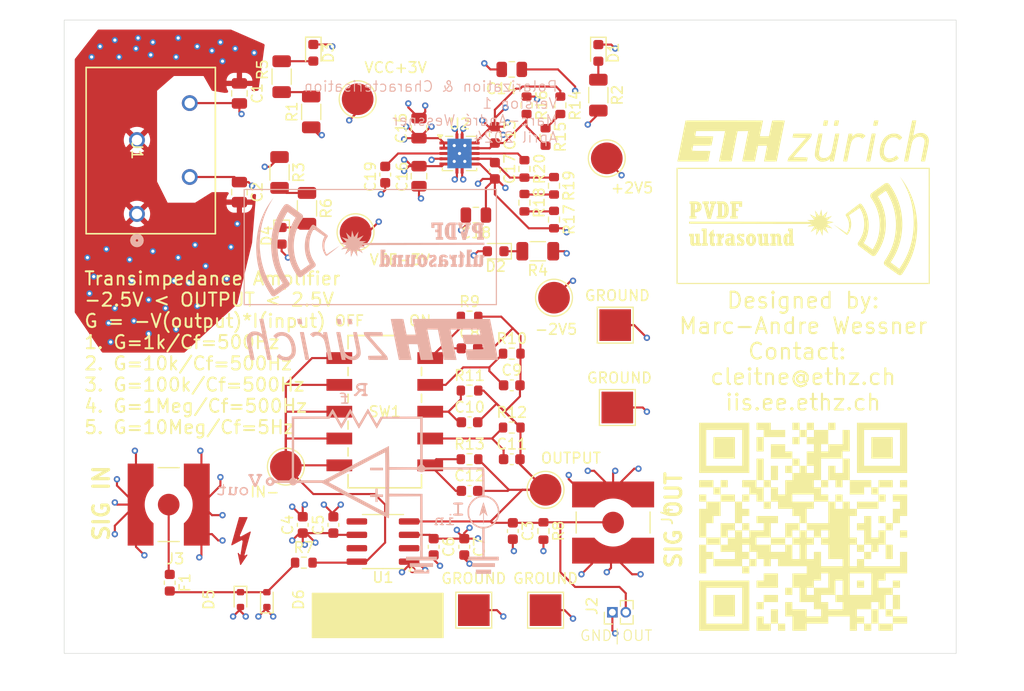
<source format=kicad_pcb>
(kicad_pcb (version 20240108) (generator "pcbnew") (generator_version "8.0")
  (title_block (title "PEtra") (date "2024-03-28") (rev "2") (company "IIS"))
  (layers (0 "F.Cu" signal) (1 "In1.Cu" signal) (2 "In2.Cu" signal) (31 "B.Cu" signal) (34 "B.Paste" user) (35 "F.Paste" user) (36 "B.SilkS" user "B.Silkscreen") (37 "F.SilkS" user "F.Silkscreen") (38 "B.Mask" user) (39 "F.Mask" user) (44 "Edge.Cuts" user))
  (property "AUTHOR" "Marc-André Wessner")
  (property "CHECKEDBY" "Federico Villani")
  (property "CONTACT" "cleitne@ethz.ch")
  (property "LICENSE" "SOLDERPAD HARDWARE LICENSE version 0.51")
  (property "PROJECT_ID" "PEtra")
  (net 0 "")
  (net 1 "GND")
  (net 2 "+2V5")
  (net 3 "-2V5")
  (net 4 "/Output")
  (net 5 "/Feedback Network/GAIN_MODE1")
  (net 6 "/Feedback Network/GAIN_MODE2")
  (net 7 "/Power LDO/FBP")
  (net 8 "VCC")
  (net 9 "VEE")
  (net 10 "/Power LDO/FBN")
  (net 11 "Net-(U2-NR{slash}SS)")
  (net 12 "Net-(D4-K)")
  (net 13 "Net-(D5-K)")
  (net 14 "/Feedback Network/GAIN_MODE3")
  (net 16 "Net-(R14-Pad2)")
  (net 17 "/Power LDO/BUF")
  (net 18 "Net-(D2-K)")
  (net 19 "Net-(D3-A)")
  (net 20 "Net-(R17-Pad1)")
  (net 21 "Net-(R18-Pad2)")
  (net 23 "/Feedback Network/GAIN_MODE4")
  (net 24 "/Feedback Network/GAIN_MODE5")
  (net 25 "/IN-")
  (net 27 "Net-(D1-A)")
  (net 28 "Net-(J3-In)")
  (net 29 "Net-(R1-Pad2)")
  (net 30 "Net-(R3-Pad2)")
  (footprint "TestPoint:TestPoint_Pad_3.0x3.0mm" (layer "F.Cu") (at 147.6 137.4)
    (property "Reference" "GROUND")
    (property "Value" "GNDTP")
  )
  (footprint "Resistor_SMD:R_0603_1608Metric" (layer "F.Cu") (at 145.6 95.6 -90)
    (property "Reference" "R20")
    (property "Value" "10k")
  )
  (footprint "Resistor_SMD:R_0603_1608Metric" (layer "F.Cu") (at 140.4 123.1)
    (property "Reference" "R13")
    (property "Value" "10Meg")
  )
  (footprint "TestPoint:TestPoint_Pad_D3.0mm" (layer "F.Cu") (at 129.6 101.6)
    (property "Reference" "VEE-3V")
    (property "Value" "VEE")
  )
  (footprint "Capacitor_SMD:C_0805_2012Metric" (layer "F.Cu") (at 144.4 86.175 180)
    (property "Reference" "C14")
    (property "Value" "10uF")
  )
  (footprint "MountingHole:MountingHole_3.2mm_M3" (layer "F.Cu") (at 175.5 87)
    (property "Reference" "REF**" (hide yes))
    (property "Value" "MountingHole_3.2mm_M3")
  )
  (footprint "Resistor_SMD:R_0603_1608Metric" (layer "F.Cu") (at 149 89.575 -90)
    (property "Reference" "R14")
    (property "Value" "1k")
  )
  (footprint "Capacitor_SMD:C_0603_1608Metric" (layer "F.Cu") (at 124.6 129.325 90)
    (property "Reference" "C4")
    (property "Value" "300nF")
  )
  (footprint "Capacitor_SMD:C_0805_2012Metric" (layer "F.Cu") (at 141 99.975 180)
    (property "Reference" "C18")
    (property "Value" "10uF")
  )
  (footprint "Resistor_SMD:R_1206_3216Metric" (layer "F.Cu") (at 125 99.3375 -90)
    (property "Reference" "R6")
    (property "Value" "25")
  )
  (footprint "Diode_SMD:D_SOD-523" (layer "F.Cu") (at 118.7 136.4 -90)
    (property "Reference" "D5")
    (property "Value" "BAS716")
  )
  (footprint "Connector_PinHeader_1.27mm:PinHeader_1x02_P1.27mm_Vertical" (layer "F.Cu") (at 153.93 137.6 90)
    (property "Reference" "J2")
    (property "Value" "Conn_01x02_Pin")
  )
  (footprint "Resistor_SMD:R_1206_3216Metric" (layer "F.Cu") (at 152.6 88.6125 90)
    (property "Reference" "R2")
    (property "Value" "25")
  )
  (footprint "Resistor_SMD:R_0603_1608Metric" (layer "F.Cu") (at 124.7 132.9)
    (property "Reference" "R7")
    (property "Value" "0.1")
  )
  (footprint "Resistor_SMD:R_0603_1608Metric" (layer "F.Cu") (at 147.4 129.9 -90)
    (property "Reference" "R8")
    (property "Value" "10k")
  )
  (footprint "Resistor_SMD:R_0603_1608Metric" (layer "F.Cu") (at 140.4 116.6)
    (property "Reference" "R11")
    (property "Value" "100k")
  )
  (footprint "Diode_SMD:D_SOD-523" (layer "F.Cu") (at 121.2 136.4 90)
    (property "Reference" "D6")
    (property "Value" "BAS716")
  )
  (footprint "MountingHole:MountingHole_3.2mm_M3" (layer "F.Cu") (at 107 137)
    (property "Reference" "REF**" (hide yes))
    (property "Value" "MountingHole_3.2mm_M3")
  )
  (footprint "Capacitor_SMD:C_0603_1608Metric" (layer "F.Cu") (at 144.4 123.1)
    (property "Reference" "C11")
    (property "Value" "0.3nF")
  )
  (footprint "TestPoint:TestPoint_Pad_3.0x3.0mm" (layer "F.Cu") (at 154.4 118.2)
    (property "Reference" "GROUND")
    (property "Value" "GNDTP")
  )
  (footprint "Resistor_SMD:R_0603_1608Metric" (layer "F.Cu") (at 148.4 97.2 90)
    (property "Reference" "R19")
    (property "Value" "10k")
  )
  (footprint "Resistor_SMD:R_0603_1608Metric" (layer "F.Cu") (at 145.8 89.575 -90)
    (property "Reference" "R16")
    (property "Value" "10k")
  )
  (footprint "Capacitor_SMD:C_0603_1608Metric" (layer "F.Cu") (at 144.4 116.1)
    (property "Reference" "C9")
    (property "Value" "30nF")
  )
  (footprint "Fuse:Fuse_0603_1608Metric" (layer "F.Cu") (at 112 134.8 -90)
    (property "Reference" "F1")
    (property "Value" "Fuse_Small")
  )
  (footprint "PEtra:LINX_CONREVSMA001-SMD-G" (layer "F.Cu") (at 154 129.1 -90)
    (property "Reference" "J4")
    (property "Value" "Conn_Coaxial")
  )
  (footprint "Symbol:Symbol_HighVoltage_NoTriangle_2x5mm_Copper" (layer "F.Cu") (at 119 131)
    (property "Reference" "REF**" (hide yes))
    (property "Value" "Symbol_HighVoltage_NoTriangle_2x5mm_Copper" (hide yes))
  )
  (footprint "TestPoint:TestPoint_Pad_D3.0mm" (layer "F.Cu") (at 123 123.8)
    (property "Reference" "IN-")
    (property "Value" "IN-")
  )
  (footprint "Resistor_SMD:R_0603_1608Metric" (layer "F.Cu") (at 145.6 98.8 90)
    (property "Reference" "R18")
    (property "Value" "10k")
  )
  (footprint "Capacitor_SMD:C_0603_1608Metric" (layer "F.Cu") (at 142.8 95.775 90)
    (property "Reference" "C17")
    (property "Value" "10nF")
  )
  (footprint "Capacitor_SMD:C_0603_1608Metric" (layer "F.Cu") (at 127.5 129.325 90)
    (property "Reference" "C5")
    (property "Value" "1nF")
  )
  (footprint "Capacitor_SMD:C_0805_2012Metric" (layer "F.Cu") (at 135.61 91.74 90)
    (property "Reference" "C15")
    (property "Value" "10uF")
  )
  (footprint "LED_SMD:LED_0603_1608Metric" (layer "F.Cu") (at 142.875 103.4 180)
    (property "Reference" "D2")
    (property "Value" "RED")
  )
  (footprint "TestPoint:TestPoint_Pad_3.0x3.0mm" (layer "F.Cu") (at 140.8 137.4)
    (property "Reference" "GROUND")
    (property "Value" "GNDTP")
  )
  (footprint "Resistor_SMD:R_0603_1608Metric" (layer "F.Cu") (at 140.4 109.6)
    (property "Reference" "R9")
    (property "Value" "1k")
  )
  (footprint "Resistor_SMD:R_1206_3216Metric" (layer "F.Cu") (at 122.6 86.8625 90)
    (property "Reference" "R5")
    (property "Value" "25")
  )
  (footprint "Capacitor_SMD:C_0805_2012Metric" (layer "F.Cu") (at 118.6 97.8 -90)
    (property "Reference" "C2")
    (property "Value" "10uF")
  )
  (footprint "Capacitor_SMD:C_0603_1608Metric" (layer "F.Cu") (at 142.8 92.375 -90)
    (property "Reference" "C13")
    (property "Value" "10nF")
  )
  (footprint "TestPoint:TestPoint_Pad_D3.0mm" (layer "F.Cu") (at 147.6 126)
    (property "Reference" "OUTPUT")
    (property "Value" "Output")
  )
  (footprint "LED_SMD:LED_0603_1608Metric" (layer "F.Cu") (at 125.6 84.6 -90)
    (property "Reference" "D3")
    (property "Value" "GREEN")
  )
  (footprint "PEtra:ETHLogo" (layer "F.Cu") (at 172 93)
    (property "Reference" "G***" (hide yes))
    (property "Value" "LOGO" (hide yes))
  )
  (footprint "TestPoint:TestPoint_Pad_3.0x3.0mm" (layer "F.Cu") (at 154.2 110.4)
    (property "Reference" "GROUND")
    (property "Value" "GROUNDTP")
  )
  (footprint "Capacitor_SMD:C_0603_1608Metric" (layer "F.Cu") (at 137 131.4 -90)
    (property "Reference" "C6")
    (property "Value" "1nF")
  )
  (footprint "Resistor_SMD:R_1206_3216Metric" (layer "F.Cu") (at 146.8625 103.4 180)
    (property "Reference" "R4")
    (property "Value" "25")
  )
  (footprint "Package_SO:SOIC-8_3.9x4.9mm_P1.27mm" (layer "F.Cu") (at 132.2 130.9 180)
    (property "Reference" "U1")
    (property "Value" "LMP7721MA/NOPB")
  )
  (footprint "Resistor_SMD:R_1206_3216Metric" (layer "F.Cu") (at 125.4 90.2 90)
    (property "Reference" "R1")
    (property "Value" "25")
  )
  (footprint "Capacitor_SMD:C_0603_1608Metric" (layer "F.Cu") (at 132.41 96.14 -90)
    (property "Reference" "C19")
    (property "Value" "10nF")
  )
  (footprint "PEtra:LINX_CONREVSMA001-SMD-G" (layer "F.Cu") (at 111.9 127.4 180)
    (property "Reference" "J3")
    (property "Value" "Conn_Coaxial")
  )
  (footprint "LED_SMD:LED_0603_1608Metric" (layer "F.Cu") (at 122.6 101.9375 -90)
    (property "Reference" "D4")
    (property "Value" "RED")
  )
  (footprint "Capacitor_SMD:C_0603_1608Metric" (layer "F.Cu") (at 140.4 126.1)
    (property "Reference" "C12")
    (property "Value" "3nF")
  )
  (footprint "Capacitor_SMD:C_0603_1608Metric" (layer "F.Cu") (at 140.4 112.6)
    (property "Reference" "C8")
    (property "Value" "300nF")
  )
  (footprint "TestPoint:TestPoint_Pad_D3.0mm" (layer "F.Cu") (at 129.8 89)
    (property "Reference" "VCC+3V")
    (property "Value" "VCC")
  )
  (footprint "Resistor_SMD:R_1206_3216Metric" (layer "F.Cu") (at 122.4 95.9375 -90)
    (property "Reference" "R3")
    (property "Value" "25")
  )
  (footprint "Resistor_SMD:R_0603_1608Metric" (layer "F.Cu") (at 144.4 120.1)
    (property "Reference" "R12")
    (property "Value" "1Meg")
  )
  (footprint "LOGO" (layer "F.Cu") (at 172 129.5)
    (property "Reference" "G***" (hide yes))
    (property "Value" "LOGO" (hide yes))
  )
  (footprint "Resistor_SMD:R_0603_1608Metric" (layer "F.Cu") (at 144.4 113.1)
    (property "Reference" "R10")
    (property "Value" "10k")
  )
  (footprint "PEtra:PVDFLogo" (layer "F.Cu") (at 172 101)
    (property "Reference" "G***" (hide yes))
    (property "Value" "LOGO" (hide yes))
  )
  (footprint "Package_SON:Texas_S-PVSON-N10_ThermalVias" (layer "F.Cu") (at 139.45 94.14)
    (property "Reference" "U2")
    (property "Value" "TPS7A39")
  )
  (footprint "PEtra:CONN_1985218" (layer "F.Cu") (at 108.894399 99.866601 -90)
    (property "Reference" "J1")
    (property "Value" "Conn_01x04_Socket")
  )
  (footprint "Capacitor_SMD:C_0603_1608Metric" (layer "F.Cu") (at 144.5 129.9 -90)
    (property "Reference" "C3")
    (property "Value" "1nF")
  )
  (footprint "Capacitor_SMD:C_0805_2012Metric" (layer "F.Cu") (at 135.61 96.29 -90)
    (property "Reference" "C16")
    (property "Value" "10uF")
  )
  (footprint "Resistor_SMD:R_0603_1608Metric" (layer "F.Cu") (at 148.4 100.4 -90)
    (property "Reference" "R17")
    (property "Value" "1k")
  )
  (footprint "Resistor_SMD:R_0603_1608Metric" (layer "F.Cu") (at 147.6 92.575 90)
    (property "Reference" "R15")
    (property "Value" "10k")
  )
  (footprint "PEtra:SW5_219SMT" (layer "F.Cu") (at 132.3697 118.6)
    (property "Reference" "SW1")
    (property "Value" "SW_DIP_x05")
  )
  (footprint "TestPoint:TestPoint_Pad_D3.0mm" (layer "F.Cu") (at 148.4 107.8)
    (property "Reference" "-2V5")
    (property "Value" "-2V5")
  )
  (footprint "LED_SMD:LED_0603_1608Metric" (layer "F.Cu") (at 152.6 84.6125 -90)
    (property "Reference" "D1")
    (property "Value" "GREEN")
  )
  (footprint "Capacitor_SMD:C_0603_1608Metric" (layer "F.Cu") (at 140.4 119.6)
    (property "Reference" "C10")
    (property "Value" "3nF")
  )
  (footprint "Capacitor_SMD:C_0603_1608Metric" (layer "F.Cu") (at 139.9 131.4 -90)
    (property "Reference" "C7")
    (property "Value" "300nF")
  )
  (footprint "Capacitor_SMD:C_0805_2012Metric" (layer "F.Cu") (at 118.6 88.45 -90)
    (property "Reference" "C1")
    (property "Value" "10uF")
  )
  (footprint "TestPoint:TestPoint_Pad_D3.0mm" (layer "F.Cu") (at 153.4 94.6)
    (property "Reference" "+2V5")
    (property "Value" "+2V5")
  )
  (footprint "PEtra:ETHLogo" (layer "B.Cu") (at 131.2 111.8 180)
    (property "Reference" "G***" (hide yes))
    (property "Value" "LOGO" (hide yes))
  )
  (footprint "PEtra:Circuit_simple" (layer "B.Cu") (at 129.6 126 180)
    (property "Reference" "G***" (hide yes))
    (property "Value" "LOGO" (hide yes))
  )
  (footprint "PEtra:PVDFLogo" (layer "B.Cu") (at 131 103 180)
    (property "Reference" "G***" (hide yes))
    (property "Value" "LOGO" (hide yes))
  )
  (gr_rect (start 125.5 135.8) (end 137.9 140) (stroke (width 0.1)) (fill solid) (layer "F.SilkS"))
  (gr_rect (start 102 81.5) (end 186.5 141.5) (stroke (width 0.05)) (fill none) (layer "Edge.Cuts"))
  (gr_text "Polarization & Characterisation\nVersion 1\nMarc-André Wessner\nApril 2024\n" (at 148.8 93.2 0) (layer "B.SilkS") (effects (font (size 1 1) (thickness 0.1)) (justify left bottom mirror)))
  (gr_text "SIG OUT" (at 160.6 133.6 90) (layer "F.SilkS") (effects (font (size 1.5 1.5) (thickness 0.3) (bold yes)) (justify left bottom)))
  (gr_text "GND|OUT" (at 150.8 140.4 0) (layer "F.SilkS") (effects (font (size 1 1) (thickness 0.1)) (justify left bottom)))
  (gr_text "SIG IN" (at 106.4 131 90) (layer "F.SilkS") (effects (font (size 1.5 1.5) (thickness 0.3) (bold yes)) (justify left bottom)))
  (gr_text "Transimpedance Amplifier\n-2.5V < OUTPUT < 2.5V\nG = -V(output)*I(input)\n1. G=1k/Cf=500Hz\n2. G=10k/Cf=500Hz\n3. G=100k/Cf=500Hz\n4. G=1Meg/Cf=500Hz\n5. G=10Meg/Cf=5Hz" (at 103.8 120.8 0) (layer "F.SilkS") (effects (font (size 1.25 1.25) (thickness 0.1875)) (justify left bottom)))
  (gr_text "Designed by:\nMarc-Andre Wessner\nContact: \ncleitne@ethz.ch\niis.ee.ethz.ch\n\n" (at 172 121.005016 0) (layer "F.SilkS") (effects (font (size 1.5 1.5) (thickness 0.2)) (justify bottom)))
  (segment (start 152 132.2) (end 152 133) (width 0.2) (layer "F.Cu") (net 1))
  (segment (start 152.2 124.2) (end 151.6 124.2) (width 0.2) (layer "F.Cu") (net 1))
  (segment (start 149.8 125) (end 149.8 124.6) (width 0.2) (layer "F.Cu") (net 1))
  (segment (start 139.9 132.175) (end 139.9 132.5) (width 0.2) (layer "F.Cu") (net 1))
  (segment (start 134.675 132.805) (end 134.675 133.275) (width 0.2) (layer "F.Cu") (net 1))
  (segment (start 132.41 96.915) (end 132.41 97.59) (width 0.2) (layer "F.Cu") (net 1))
  (segment (start 135.395 132.805) (end 135.4 132.8) (width 0.2) (layer "F.Cu") (net 1))
  (segment (start 156 110.4) (end 157.2 111.6) (width 0.2) (layer "F.Cu") (net 1))
  (segment (start 108.8 131.4) (end 109.6 132.2) (width 0.2) (layer "F.Cu") (net 1))
  (segment (start 118.7 137.5) (end 119.2 138) (width 0.2) (layer "F.Cu") (net 1))
  (segment (start 153.93 139.33) (end 154.2 139.6) (width 0.2) (layer "F.Cu") (net 1))
  (segment (start 155.8 134) (end 156.6 134) (width 0.2) (layer "F.Cu") (net 1))
  (segment (start 115.2 130.2) (end 116 130.2) (width 0.2) (layer "F.Cu") (net 1))
  (segment (start 144.5 131.7) (end 144.6 131.8) (width 0.2) (layer "F.Cu") (net 1))
  (segment (start 115 130) (end 115.2 130.2) (width 0.2) (layer "F.Cu") (net 1))
  (segment (start 140.05 100.95) (end 139.6 101.4) (width 0.2) (layer "F.Cu") (net 1))
  (segment (start 152.6 83.825) (end 153.825 83.825) (width 0.2) (layer "F.Cu") (net 1))
  (segment (start 135.61 98.21) (end 135.8 98.4) (width 0.2) (layer "F.Cu") (net 1))
  (segment (start 147.6 137.4) (end 149.4 137.4) (width 0.2) (layer "F.Cu") (net 1))
  (segment (start 140.05 99.975) (end 140.05 100.95) (width 0.2) (layer "F.Cu") (net 1))
  (segment (start 154 132.2) (end 155.8 134) (width 0.2) (layer "F.Cu") (net 1))
  (segment (start 137 132.175) (end 137 132.2) (width 0.2) (layer "F.Cu") (net 1))
  (segment (start 139.9 132.5) (end 140.4 133) (width 0.2) (layer "F.Cu") (net 1))
  (segment (start 124.6 128.55) (end 124.6 127.6) (width 0.2) (layer "F.Cu") (net 1))
  (segment (start 108.8 127.4) (end 106.8 129.4) (width 0.2) (layer "F.Cu") (net 1))
  (segment (start 134.675 132.805) (end 134.675 133.125) (width 0.2) (layer "F.Cu") (net 1))
  (segment (start 156 124) (end 156.4 124) (width 0.2) (layer "F.Cu") (net 1))
  (segment (start 115 127.4) (end 116 128.4) (width 0.2) (layer "F.Cu") (net 1))
  (segment (start 137 132.175) (end 137 132.6) (width 0.2) (layer "F.Cu") (net 1))
  (segment (start 137 132.6) (end 137.6 133.2) (width 0.2) (layer "F.Cu") (net 1))
  (segment (start 136.8 94.8) (end 136.8 94.74) (width 0.2) (layer "F.Cu") (net 1))
  (segment (start 108.8 127.4) (end 107 125.6) (width 0.2) (layer "F.Cu") (net 1))
  (segment (start 154 132.2) (end 152 132.2) (width 0.2) (layer "F.Cu") (net 1))
  (segment (start 154.4 118.2) (end 156.8 118.2) (width 0.2) (layer "F.Cu") (net 1))
  (segment (start 127.5 128.55) (end 127.5 128.1) (width 0.2) (layer "F.Cu") (net 1))
  (segment (start 127.5 128.1) (end 128.2 127.4) (width 0.2) (layer "F.Cu") (net 1))
  (segment (start 106.8 129.4) (end 106.8 130.2) (width 0.2) (layer "F.Cu") (net 1))
  (segment (start 139.2 92.51) (end 139.2 92) (width 0.2) (layer "F.Cu") (net 1))
  (segment (start 154 126) (end 156 124) (width 0.2) (layer "F.Cu") (net 1))
  (segment (start 121.2 137.4) (end 121.8 138) (width 0.2) (layer "F.Cu") (net 1))
  (segment (start 141.2 103.4) (end 140.8 103.8) (width 0.2) (layer "F.Cu") (net 1))
  (segment (start 139.7 96.5) (end 139.8 96.6) (width 0.2) (layer "F.Cu") (net 1))
  (segment (start 154.2 110.4) (end 156 110.4) (width 0.2) (layer "F.Cu") (net 1))
  (segment (start 125.6 83.8125) (end 127.2125 83.8125) (width 0.2) (layer "F.Cu") (net 1))
  (segment (start 149.4 137.4) (end 150.2 138.2) (width 0.2) (layer "F.Cu") (net 1))
  (segment (start 122.6 102.725) (end 122.6 103.4) (width 0.2) (layer "F.Cu") (net 1))
  (segment (start 116.6 130.8) (end 117 130.8) (width 0.2) (layer "F.Cu") (net 1))
  (segment (start 115 132.2) (end 114.8 132.4) (width 0.2) (layer "F.Cu") (net 1))
  (segment (start 108.8 127.4) (end 108.8 122.4) (width 0.2) (layer "F.Cu") (net 1))
  (segment (start 127.5 128.55) (end 127.5 128.3) (width 0.2) (layer "F.Cu") (net 1))
  (segment (start 142.0875 103.4) (end 141.2 103.4) (width 0.2) (layer "F.Cu") (net 1))
  (segment (start 156.8 118.2) (end 157.2 118.6) (width 0.2) (layer "F.Cu") (net 1))
  (segment (start 135.61 97.24) (end 135.61 98.21) (width 0.2) (layer "F.Cu") (net 1))
  (segment (start 154.2 110.4) (end 154 110.4) (width 0.2) (layer "F.Cu") (net 1))
  (segment (start 127.2125 83.8125) (end 127.4 84) (width 0.2) (layer "F.Cu") (net 1))
  (segment (start 153.825 83.825) (end 154.2 84.2) (width 0.2) (layer "F.Cu") (net 1))
  (segment (start 154 132.2) (end 153.8 132.4) (width 0.2) (layer "F.Cu") (net 1))
  (segment (start 135.61 90.79) (end 134.6 89.78) (width 0.2) (layer "F.Cu") (net 1))
  (segment (start 153.8 132.4) (end 153.8 133.4) (width 0.2) (layer "F.Cu") (net 1))
  (segment (start 118.7 137.1) (end 118.7 137.3) (width 0.2) (layer "F.Cu") (net 1))
  (segment (start 116.8 125.6) (end 116.8 124.8) (width 0.2) (layer "F.Cu") (net 1))
  (segment (start 118.7 137.3) (end 118 138) (width 0.2) (layer "F.Cu") (net 1))
  (segment (start 116 130.2) (end 116.6 130.8) (width 0.2) (layer "F.Cu") (net 1))
  (segment (start 136.96 94.64) (end 136.8 94.8) (width 0.2) (layer "F.Cu") (net 1))
  (segment (start 107 127.4) (end 106.8 127.2) (width 0.2) (layer "F.Cu") (net 1))
  (segment (start 150.8 126) (end 149.8 125) (width 0.2) (layer "F.Cu") (net 1))
  (segment (start 152 133) (end 151 134) (width 0.2) (layer "F.Cu") (net 1))
  (segment (start 134.675 133.125) (end 134 133.8) (width 0.2) (layer "F.Cu") (net 1))
  (segment (start 139.7 91.9) (end 139.8 91.8) (width 0.2) (layer "F.Cu") (net 1))
  (segment (start 154 126) (end 152.2 124.2) (width 0.2) (layer "F.Cu") (net 1))
  (segment (start 132.41 97.59) (end 132 98) (width 0.2) (layer "F.Cu") (net 1))
  (segment (start 108.8 127.4) (end 107 127.4) (width 0.2) (layer "F.Cu") (net 1))
  (segment (start 115 127.4) (end 115 132.2) (width 0.2) (layer "F.Cu") (net 1))
  (segment (start 118.7 137.1) (end 118.7 137.5) (width 0.2) (layer "F.Cu") (net 1))
  (segment (start 142.375 86.175) (end 141.8 85.6) (width 0.2) (layer "F.Cu") (net 1))
  (segment (start 121.2 137.2) (end 120.4 138) (width 0.2) (layer "F.Cu") (net 1))
  (segment (start 121.2 137.1) (end 121.2 137.4) (width 0.2) (layer "F.Cu") (net 1))
  (segment (start 139.7 92.51) (end 139.7 91.9) (width 0.2) (layer "F.Cu") (net 1))
  (segment (start 146.55 88.75) (end 146.8 89) (width 0.2) (layer "F.Cu") (net 1))
  (segment (start 137.975 94.64) (end 136.96 94.64) (width 0.2) (layer "F.Cu") (net 1))
  (segment (start 124.6 128.55) (end 124.55 128.55) (width 0.2) (layer "F.Cu") (net 1))
  (segment (start 135.61 90.79) (end 136.2 90.2) (width 0.2) (layer "F.Cu") (net 1))
  (segment (start 107 125.6) (end 107 125) (width 0.2) (layer "F.Cu") (net 1))
  (segment (start 134.675 133.275) (end 135 133.6) (width 0.2) (layer "F.Cu") (net 1))
  (segment (start 124.55 128.55) (end 123.6 127.6) (width 0.2) (layer "F.Cu") (net 1))
  (segment (start 140.8 137.4) (end 143 137.4) (width 0.2) (layer "F.Cu") (net 1))
  (segment (start 143 137.4) (end 143.6 138) (width 0.2) (layer "F.Cu") (net 1))
  (segment (start 135.4 132.8) (end 136.2 133.6) (width 0.2) (layer "F.Cu") (net 1))
  (segment (start 108.8 127.4) (end 108.8 131.4) (width 0.2) (layer "F.Cu") (net 1))
  (segment (start 108.8 122.4) (end 108.7 122.3) (width 0.2) (layer "F.Cu") (net 1))
  (segment (start 115 122.4) (end 114.9 122.3) (width 0.2) (layer "F.Cu") (net 1))
  (segment (start 127.5 128.3) (end 126.6 127.4) (width 0.2) (layer "F.Cu") (net 1))
  (segment (start 139.9 132.175) (end 139.9 132.3) (width 0.2) (layer "F.Cu") (net 1))
  (segment (start 154 126) (end 150.8 126) (width 0.2) (layer "F.Cu") (net 1))
  (segment (start 153.8 133.4) (end 153.4 133.8) (width 0.2) (layer "F.Cu") (net 1))
  (segment (start 143.45 86.175) (end 142.375 86.175) (width 0.2) (layer "F.Cu") (net 1))
  (segment (start 153.93 137.6) (end 153.93 139.33) (width 0.2) (layer "F.Cu") (net 1))
  (segment (start 122.6 103.4) (end 123.2 104) (width 0.2) (layer "F.Cu") (net 1))
  (segment (start 116 128.4) (end 117 128.4) (width 0.2) (layer "F.Cu") (net 1))
  (segment (start 124.6 127.6) (end 124.8 127.4) (width 0.2) (layer "F.Cu") (net 1))
  (segment (start 121.2 137.1) (end 121.2 137.2) (width 0.2) (layer "F.Cu") (net 1))
  (segment (start 154 126) (end 154 124.4) (width 0.2) (layer "F.Cu") (net 1))
  (segment (start 144.5 130.675) (end 144.5 131.7) (width 0.2) (layer "F.Cu") (net 1))
  (segment (start 139.2 96.4) (end 139 96.6) (width 0.2) (layer "F.Cu") (net 1))
  (segment (start 145.8 88.75) (end 146.55 88.75) (width 0.2) (layer "F.Cu") (net 1))
  (segment (start 134.6 89.78) (end 134.6 89.4) (width 0.2) (layer "F.Cu") (net 1))
  (segment (start 139.2 92) (end 139 91.8) (width 0.2) (layer "F.Cu") (net 1))
  (segment (start 115 127.4) (end 115 130) (width 0.2) (layer "F.Cu") (net 1))
  (segment (start 154 124.4) (end 154.2 124.2) (width 0.2) (layer "F.Cu") (net 1))
  (segment (start 139.7 95.77) (end 139.7 96.5) (width 0.2) (layer "F.Cu") (net 1))
  (segment (start 136.2 90.2) (end 136.2 89.6) (width 0.2) (layer "F.Cu") (net 1))
  (segment (start 115 127.4) (end 115 122.4) (width 0.2) (layer "F.Cu") (net 1))
  (segment (start 134.675 132.805) (end 135.395 132.805) (width 0.2) (layer "F.Cu") (net 1))
  (segment (start 147.4 130.725) (end 147.4 131.8) (width 0.2) (layer "F.Cu") (net 1))
  (segment (start 115 127.4) (end 116.8 125.6) (width 0.2) (layer "F.Cu") (net 1))
  (segment (start 139.2 95.77) (end 139.2 96.4) (width 0.2) (layer "F.Cu") (net 1))
  (via (at 117.8 103) (size 0.6) (drill 0.3) (layers "F.Cu" "B.Cu") (net 1))
  (via (at 108.2 104.2) (size 0.6) (drill 0.3) (layers "F.Cu" "B.Cu") (net 1))
  (via (at 114.8 132.4) (size 0.6) (drill 0.3) (layers "F.Cu" "B.Cu") (net 1))
  (via (at 106.8 130.2) (size 0.6) (drill 0.3) (layers "F.Cu" "B.Cu") (net 1))
  (via (at 154.2 124.2) (size 0.6) (drill 0.3) (layers "F.Cu" "B.Cu") (net 1))
  (via (at 109.6 132.2) (size 0.6) (drill 0.3) (layers "F.Cu" "B.Cu") (net 1))
  (via (at 110.4 83.6) (size 0.6) (drill 0.3) (layers "F.Cu" "B.Cu") (net 1))
  (via (at 143.6 138) (size 0.6) (drill 0.3) (layers "F.Cu" "B.Cu") (net 1))
  (via (at 126.6 127.4) (size 0.6) (drill 0.3) (layers "F.Cu" "B.Cu") (net 1))
  (via (at 114.4 102.8) (size 0.6) (drill 0.3) (layers "F.Cu" "B.Cu") (net 1))
  (via (at 121.8 138) (size 0.6) (drill 0.3) (layers "F.Cu" "B.Cu") (net 1))
  (via (at 112.6 85) (size 0.6) (drill 0.3) (layers "F.Cu" "B.Cu") (net 1))
  (via (at 106.8 83.4) (size 0.6) (drill 0.3) (layers "F.Cu" "B.Cu") (net 1))
  (via (at 141.8 85.6) (size 0.6) (drill 0.3) (layers "F.Cu" "B.Cu") (net 1))
  (via (at 113.8 106.4) (size 0.6) (drill 0.3) (layers "F.Cu" "B.Cu") (net 1))
  (via (at 154.2 84.2) (size 0.6) (drill 0.3) (layers "F.Cu" "B.Cu") (net 1))
  (via (at 112.8 83.2) (size 0.6) (drill 0.3) (layers "F.Cu" "B.Cu") (net 1))
  (via (at 118 138) (size 0.6) (drill 0.3) (layers "F.Cu" "B.Cu") (net 1))
  (via (at 132 98) (size 0.6) (drill 0.3) (layers "F.Cu" "B.Cu") (net 1))
  (via (at 108.4 106.2) (size 0.6) (drill 0.3) (layers "F.Cu" "B.Cu") (net 1))
  (via (at 127.4 84) (size 0.6) (drill 0.3) (layers "F.Cu" "B.Cu") (net 1))
  (via (at 135 133.6) (size 0.6) (drill 0.3) (layers "F.Cu" "B.Cu") (remove_unused_layers yes) (zone_layer_connections "In1.Cu") (net 1))
  (via (at 120 84.6) (size 0.6) (drill 0.3) (layers "F.Cu" "B.Cu") (net 1))
  (via (at 110.4 103.4) (size 0.6) (drill 0.3) (layers "F.Cu" "B.Cu") (net 1))
  (via (at 117 85.4) (size 0.6) (drill 0.3) (layers "F.Cu" "B.Cu") (net 1))
  (via (at 128.2 127.4) (size 0.6) (drill 0.3) (layers "F.Cu" "B.Cu") (net 1))
  (via (at 105.4 84) (size 0.6) (drill 0.3) (layers "F.Cu" "B.Cu") (net 1))
  (via (at 116.8 83.6) (size 0.6) (drill 0.3) (layers "F.Cu" "B.Cu") (net 1))
  (via (at 115.4 104.8) (size 0.6) (drill 0.3) (layers "F.Cu" "B.Cu") (net 1))
  (via (at 149.8 124.6) (size 0.6) (drill 0.3) (layers "F.Cu" "B.Cu") (net 1))
  (via (at 111.6 108.8) (size 0.6) (drill 0.3) (layers "F.Cu" "B.Cu") (net 1))
  (via (at 107.2 85) (size 0.6) (drill 0.3) (layers "F.Cu" "B.Cu") (net 1))
  (via (at 139.6 101.4) (size 0.6) (drill 0.3) (layers "F.Cu" "B.Cu") (net 1))
  (via (at 104.2 104) (size 0.6) (drill 0.3) (layers "F.Cu" "B.Cu") (net 1))
  (via (at 139.8 96.6) (size 0.6) (drill 0.3) (layers "F.Cu" "B.Cu") (net 1))
  (via (at 153.4 133.8) (size 0.6) (drill 0.3) (layers "F.Cu" "B.Cu") (net 1))
  (via (at 110.2 84.8) (size 0.6) (drill 0.3) (layers "F.Cu" "B.Cu") (net 1))
  (via (at 124.8 127.4) (size 0.6) (drill 0.3) (layers "F.Cu" "B.Cu") (net 1))
  (via (at 123.6 127.6) (size 0.6) (drill 0.3) (layers "F.Cu" "B.Cu") (net 1))
  (via (at 106.8 127.2) (size 0.6) (drill 0.3) (layers "F.Cu" "B.Cu") (net 1))
  (via (at 106 103.2) (size 0.6) (drill 0.3) (layers "F.Cu" "B.Cu") (net 1))
  (via (at 108.6 110) (size 0.6) (drill 0.3) (layers "F.Cu" "B.Cu") (net 1))
  (via (at 154.2 139.6) (size 0.6) (drill 0.3) (layers "F.Cu" "B.Cu") (net 1))
  (via (at 136.2 89.6) (size 0.6) (drill 0.3) (layers "F.Cu" "B.Cu") (net 1))
  (via (at 139 96.6) (size 0.6) (drill 0.3) (layers "F.Cu" "B.Cu") (net 1))
  (via (at 112.4 106.2) (size 0.6) (drill 0.3) (layers "F.Cu" "B.Cu") (net 1))
  (via (at 140.8 103.8) (size 0.6) (drill 0.3) (layers "F.Cu" "B.Cu") (net 1))
  (via (at 139 91.8) (size 0.6) (drill 0.3) (layers "F.Cu" "B.Cu") (net 1))
  (via (at 108.7 122.3) (size 0.6) (drill 0.3) (layers "F.Cu" "B.Cu") (net 1))
  (via (at 120.4 138) (size 0.6) (drill 0.3) (layers "F.Cu" "B.Cu") (net 1))
  (via (at 134 133.8) (size 0.6) (drill 0.3) (layers "F.Cu" "B.Cu") (net 1))
  (via (at 151.6 124.2) (size 0.6) (drill 0.3) (layers "F.Cu" "B.Cu") (net 1))
  (via (at 104.4 107.4) (size 0.6) (drill 0.3) (layers "F.Cu" "B.Cu") (net 1))
  (via (at 110 108) (size 0.6) (drill 0.3) (layers "F.Cu" "B.Cu") (net 1))
  (via (at 136.2 133.6) (size 0.6) (drill 0.3) (layers "F.Cu" "B.Cu") (net 1))
  (via (at 119.2 138) (size 0.6) (drill 0.3) (layers "F.Cu" "B.Cu") (net 1))
  (via (at 151 134) (size 0.6) (drill 0.3) (layers "F.Cu" "B.Cu") (net 1))
  (via (at 114.6 108.6) (size 0.6) (drill 0.3) (layers "F.Cu" "B.Cu") (net 1))
  (via (at 112.8 104) (size 0.6) (drill 0.3) (layers "F.Cu" "B.Cu") (net 1))
  (via (at 156.4 124) (size 0.6) (drill 0.3) (layers "F.Cu" "B.Cu") (net 1))
  (via (at 135.8 98.4) (size 0.6) (drill 0.3) (layers "F.Cu" "B.Cu") (net 1))
  (via (at 137.6 133.2) (size 0.6) (drill 0.3) (layers "F.Cu" "B.Cu") (net 1))
  (via (at 146.8 89) (size 0.6) (drill 0.3) (layers "F.Cu" "B.Cu") (net 1))
  (via (at 118.2 84.2) (size 0.6) (drill 0.3) (layers "F.Cu" "B.Cu") (net 1))
  (via (at 109 83.2) (size 0.6) (drill 0.3) (layers "F.Cu" "B.Cu") (net 1))
  (via (at 157.2 118.6) (size 0.6) (drill 0.3) (layers "F.Cu" "B.Cu") (net 1))
  (via (at 106.4 112) (size 0.6) (drill 0.3) (layers "F.Cu" "B.Cu") (net 1))
  (via (at 140.4 133) (size 0.6) (drill 0.3) (layers "F.Cu" "B.Cu") (net 1))
  (via (at 157.2 111.6) (size 0.6) (drill 0.3) (layers "F.Cu" "B.Cu") (net 1))
  (via (at 117 130.8) (size 0.6) (drill 0.3) (layers "F.Cu" "B.Cu") (net 1))
  (via (at 114.6 84) (size 0.6) (drill 0.3) (layers "F.Cu" "B.Cu") (net 1))
  (via (at 139.8 91.8) (size 0.6) (drill 0.3) (layers "F.Cu" "B.Cu") (net 1))
  (via (at 117 128.4) (size 0.6) (drill 0.3) (layers "F.Cu" "B.Cu") (net 1))
  (via (at 108.8 84.2) (size 0.6) (drill 0.3) (layers "F.Cu" "B.Cu") (net 1))
  (via (at 114.9 122.3) (size 0.6) (drill 0.3) (layers "F.Cu" "B.Cu") (net 1))
  (via (at 116.8 124.8) (size 0.6) (drill 0.3) (layers "F.Cu" "B.Cu") (net 1))
  (via (at 136.8 94.74) (size 0.6) (drill 0.3) (layers "F.Cu" "B.Cu") (net 1))
  (via (at 123.2 104) (size 0.6) (drill 0.3) (layers "F.Cu" "B.Cu") (net 1))
  (via (at 118.4 100.8) (size 0.6) (drill 0.3) (layers "F.Cu" "B.Cu") (net 1))
  (via (at 156.6 134) (size 0.6) (drill 0.3) (layers "F.Cu" "B.Cu") (net 1))
  (via (at 104.8 105.8) (size 0.6) (drill 0.3) (layers "F.Cu" "B.Cu") (net 1))
  (via (at 106.2 110.2) (size 0.6) (drill 0.3) (layers "F.Cu" "B.Cu") (net 1))
  (via (at 107 125) (size 0.6) (drill 0.3) (layers "F.Cu" "B.Cu") (net 1))
  (via (at 104.6 85) (size 0.6) (drill 0.3) (layers "F.Cu" "B.Cu") (net 1))
  (via (at 147.4 131.8) (size 0.6) (drill 0.3) (layers "F.Cu" "B.Cu") (net 1))
  (via (at 106.8 108.8) (size 0.6) (drill 0.3) (layers "F.Cu" "B.Cu") (net 1))
  (via (at 116 84.4) (size 0.6) (drill 0.3) (layers "F.Cu" "B.Cu") (net 1))
  (via (at 110 111.2) (size 0.6) (drill 0.3) (layers "F.Cu" "B.Cu") (net 1))
  (via (at 144.6 131.8) (size 0.6) (drill 0.3) (layers "F.Cu" "B.Cu") (net 1))
  (via (at 150.2 138.2) (size 0.6) (drill 0.3) (layers "F.Cu" "B.Cu") (net 1))
  (via (at 112.6 110.8) (size 0.6) (drill 0.3) (layers "F.Cu" "B.Cu") (net 1))
  (via (at 134.6 89.4) (size 0.6) (drill 0.3) (layers "F.Cu" "B.Cu") (net 1))
  (via (at 117.4 106) (size 0.6) (drill 0.3) (layers "F.Cu" "B.Cu") (net 1))
  (segment (start 142.8 91.6) (end 142.2 91.6) (width 0.2) (layer "F.Cu") (net 2))
  (segment (start 143.6 91.6) (end 144 91.2) (width 0.2) (layer "F.Cu") (net 2))
  (segment (start 124.6 131) (end 124.8 131.2) (width 0.2) (layer "F.Cu") (net 2))
  (segment (start 142.465 91.6) (end 140.925 93.14) (width 0.2) (layer "F.Cu") (net 2))
  (segment (start 127.665 130.265) (end 127.5 130.1) (width 0.2) (layer "F.Cu") (net 2))
  (segment (start 124.6 130.1) (end 124.3 130.1) (width 0.2) (layer "F.Cu") (net 2))
  (segment (start 127.5 130.1) (end 124.6 130.1) (width 0.2) (layer "F.Cu") (net 2))
  (segment (start 124.3 130.1) (end 123.6 130.8) (width 0.2) (layer "F.Cu") (net 2))
  (segment (start 145.4 87.8) (end 148.6 87.8) (width 0.2) (layer "F.Cu") (net 2))
  (segment (start 148.775 86.175) (end 150.4 87.8) (width 0.2) (layer "F.Cu") (net 2))
  (segment (start 144.8 88) (end 145.2 88) (width 0.2) (layer "F.Cu") (net 2))
  (segment (start 124.6 130.1) (end 124.6 131) (width 0.2) (layer "F.Cu") (net 2))
  (segment (start 152.6 90.4) (end 151.6 91.4) (width 0.2) (layer "F.Cu") (net 2))
  (segment (start 129.725 130.265) (end 127.665 130.265) (width 0.2) (layer "F.Cu") (net 2))
  (segment (start 124.6 130.1) (end 124.9 130.1) (width 0.2) (layer "F.Cu") (net 2))
  (segment (start 150.4 87.8) (end 150.4 88.2) (width 0.2) (layer "F.Cu") (net 2))
  (segment (start 153.4 94.8) (end 154.8 96.2) (width 0.2) (layer "F.Cu") (net 2))
  (segment (start 142.8 91.6) (end 143.575735 92.375735) (width 0.2) (layer "F.Cu") (net 2))
  (segment (start 145.2 88) (end 145.4 87.8) (width 0.2) (layer "F.Cu") (net 2))
  (segment (start 149 88.2) (end 149 88.75) (width 0.2) (layer "F.Cu") (net 2))
  (segment (start 142.8 90.8) (end 143.8 89.8) (width 0.2) (layer "F.Cu") (net 2))
  (segment (start 142.2 91.6) (end 141.6 91) (width 0.2) (layer "F.Cu") (net 2))
  (segment (start 142.8 90) (end 144.8 88) (width 0.2) (layer "F.Cu") (net 2))
  (segment (start 142.8 91.6) (end 142.8 90) (width 0.2) (layer "F.Cu") (net 2))
  (segment (start 148.6 87.8) (end 149 88.2) (width 0.2) (layer "F.Cu") (net 2))
  (segment (start 142.8 91.6) (end 142.8 90.8) (width 0.2) (layer "F.Cu") (net 2))
  (segment (start 152.6 90.075) (end 152.6 90.4) (width 0.2) (layer "F.Cu") (net 2))
  (segment (start 153.4 94.6) (end 153.4 94.8) (width 0.2) (layer "F.Cu") (net 2))
  (segment (start 142.8 91.6) (end 143.6 91.6) (width 0.2) (layer "F.Cu") (net 2))
  (segment (start 124.9 130.1) (end 125.8 131) (width 0.2) (layer "F.Cu") (net 2))
  (segment (start 142.8 91.6) (end 142.465 91.6) (width 0.2) (layer "F.Cu") (net 2))
  (segment (start 145.35 86.175) (end 148.775 86.175) (width 0.2) (layer "F.Cu") (net 2))
  (via (at 124.8 131.2) (size 0.6) (drill 0.3) (layers "F.Cu" "B.Cu") (net 2))
  (via (at 123.6 130.8) (size 0.6) (drill 0.3) (layers "F.Cu" "B.Cu") (net 2))
  (via (at 141.6 91) (size 0.6) (drill 0.3) (layers "F.Cu" "B.Cu") (net 2))
  (via (at 125.8 131) (size 0.6) (drill 0.3) (layers "F.Cu" "B.Cu") (net 2))
  (via (at 151.6 91.4) (size 0.6) (drill 0.3) (layers "F.Cu" "B.Cu") (net 2))
  (via (at 154.8 96.2) (size 0.6) (drill 0.3) (layers "F.Cu" "B.Cu") (net 2))
  (via (at 143.575735 92.375735) (size 0.6) (drill 0.3) (layers "F.Cu" "B.Cu") (net 2))
  (via (at 144 91.2) (size 0.6) (drill 0.3) (layers "F.Cu" "B.Cu") (net 2))
  (via (at 143.8 89.8) (size 0.6) (drill 0.3) (layers "F.Cu" "B.Cu") (net 2))
  (via (at 150.4 88.2) (size 0.6) (drill 0.3) (layers "F.Cu" "B.Cu") (net 2))
  (segment (start 142.8 96.55) (end 141.65 96.55) (width 0.2) (layer "F.Cu") (net 3))
  (segment (start 150 106.2) (end 150.2 106.2) (width 0.2) (layer "F.Cu") (net 3))
  (segment (start 139.9 130.625) (end 139.2 129.925) (width 0.2) (layer "F.Cu") (net 3))
  (segment (start 148.4 107.8) (end 150 106.2) (width 0.2) (layer "F.Cu") (net 3))
  (segment (start 142.95 96.55) (end 143.8 97.4) (width 0.2) (layer "F.Cu") (net 3))
  (segment (start 141.21 95.14) (end 141.39 95.14) (width 0.2) (layer "F.Cu") (net 3))
  (segment (start 134.675 130.265) (end 136.64 130.265) (width 0.2) (layer "F.Cu") (net 3))
  (segment (start 139.9 130.625) (end 141.175 130.625) (width 0.2) (layer "F.Cu") (net 3))
  (segment (start 141.95 97.4) (end 142.8 96.55) (width 0.2) (layer "F.Cu") (net 3))
  (segment (start 139.2 129.925) (end 139.2 129.8) (width 0.2) (layer "F.Cu") (net 3))
  (segment (start 141.39 95.14) (end 142.8 96.55) (width 0.2) (layer "F.Cu") (net 3))
  (segment (start 146.012352 101.225) (end 142.8 98.012648) (width 0.2) (layer "F.Cu") (net 3))
  (segment (start 148.4 101.225) (end 149.225 101.225) (width 0.2) (layer "F.Cu") (net 3))
  (segment (start 149.4 103.4) (end 149.6 103.6) (width 0.2) (layer "F.Cu") (net 3))
  (segment (start 148.4 101.225) (end 146.012352 101.225) (width 0.2) (layer "F.Cu") (net 3))
  (segment (start 139.9 130.1) (end 140.4 129.6) (width 0.2) (layer "F.Cu") (net 3))
  (segment (start 142.8 96.55) (end 142.95 96.55) (width 0.2) (layer "F.Cu") (net 3))
  (segment (start 142.8 98.012648) (end 142.8 96.55) (width 0.2) (layer "F.Cu") (net 3))
  (segment (start 136.64 130.265) (end 137 130.625) (width 0.2) (layer "F.Cu") (net 3))
  (segment (start 137 130.625) (end 139.9 130.625) (width 0.2) (layer "F.Cu") (net 3))
  (segment (start 141.95 99.975) (end 141.95 97.4) (width 0.2) (layer "F.Cu") (net 3))
  (segment (start 148.325 103.4) (end 149.4 103.4) (width 0.2) (layer "F.Cu") (net 3))
  (segment (start 141.175 130.625) (end 141.2 130.6) (width 0.2) (layer "F.Cu") (net 3))
  (segment (start 149.225 101.225) (end 149.6 101.6) (width 0.2) (layer "F.Cu") (net 3))
  (segment (start 141.65 96.55) (end 141.2 97) (width 0.2) (layer "F.Cu") (net 3))
  (segment (start 139.9 130.625) (end 139.9 130.1) (width 0.2) (layer "F.Cu") (net 3))
  (via (at 143.8 97.4) (size 0.6) (drill 0.3) (layers "F.Cu" "B.Cu") (net 3))
  (via (at 139.2 129.8) (size 0.6) (drill 0.3) (layers "F.Cu" "B.Cu") (net 3))
  (via (at 141.2 130.6) (size 0.6) (drill 0.3) (layers "F.Cu" "B.Cu") (net 3))
  (via (at 150.2 106.2) (size 0.6) (drill 0.3) (layers "F.Cu" "B.Cu") (net 3))
  (via (at 141.2 97) (size 0.6) (drill 0.3) (layers "F.Cu" "B.Cu") (net 3))
  (via (at 149.6 101.6) (size 0.6) (drill 0.3) (layers "F.Cu" "B.Cu") (net 3))
  (via (at 140.4 129.6) (size 0.6) (drill 0.3) (layers "F.Cu" "B.Cu") (net 3))
  (via (at 149.6 103.6) (size 0.6) (drill 0.3) (layers "F.Cu" "B.Cu") (net 3))
  (segment (start 145.175 123.575) (end 147.6 126) (width 0.2) (layer "F.Cu") (net 4))
  (segment (start 155.2 135.8) (end 154.6 135.2) (width 0.2) (layer "F.Cu") (net 4))
  (segment (start 145.225 123.625) (end 147.6 126) (width 0.2) (layer "F.Cu") (net 4))
  (segment (start 141.2 119.6) (end 142.9625 117.8375) (width 0.2) (layer "F.Cu") (net 4))
  (segment (start 154.6 135.2) (end 150.4 135.2) (width 0.2) (layer "F.Cu") (net 4))
  (segment (start 149 133.8) (end 149 129.075) (width 0.2) (layer "F.Cu") (net 4))
  (segment (start 141.225 123.1) (end 144.125 126) (width 0.2) (layer "F.Cu") (net 4))
  (segment (start 147.35 129.125) (end 147.4 129.075) (width 0.2) (layer "F.Cu") (net 4))
  (segment (start 141.45 119.325) (end 141.475 119.325) (width 0.2) (layer "F.Cu") (net 4))
  (segment (start 141.175 119.6) (end 141.45 119.325) (width 0.2) (layer "F.Cu") (net 4))
  (segment (start 141.225 116.6) (end 141.725 116.6) (width 0.2) (layer "F.Cu") (net 4))
  (segment (start 143.725 118.6) (end 145.225 120.1) (width 0.2) (layer "F.Cu") (net 4))
  (segment (start 145.175 117.15) (end 143.725 118.6) (width 0.2) (layer "F.Cu") (net 4))
  (segment (start 142.525 129.125) (end 142.395 128.995) (width 0.2) (layer "F.Cu") (net 4))
  (segment (start 155.2 137.6) (end 155.2 135.8) (width 0.2) (layer "F.Cu") (net 4))
  (segment (start 142.9625 117.8375) (end 143.725 118.6) (width 0.2) (layer "F.Cu") (net 4))
  (segment (start 141.175 112.6) (end 142.6 112.6) (width 0.2) (layer "F.Cu") (net 4))
  (segment (start 145.175 123.1) (end 145.175 123.575) (width 0.2) (layer "F.Cu") (net 4))
  (segment (start 144.025 126.1) (end 144.125 126) (width 0.2) (layer "F.Cu") (net 4))
  (segment (start 141.725 116.6) (end 145.225 120.1) (width 0.2) (layer "F.Cu") (net 4))
  (segment (start 150.4 135.2) (end 149 133.8) (width 0.2) (layer "F.Cu") (net 4))
  (segment (start 145.225 111.425) (end 145.225 113.1) (width 0.2) (layer "F.Cu") (net 4))
  (segment (start 145.225 113.1) (end 145.225 116.05) (width 0.2) (layer "F.Cu") (net 4))
  (segment (start 144.5 129.125) (end 147.35 129.125) (width 0.2) (layer "F.Cu") (net 4))
  (segment (start 142.395 128.995) (end 142.4 129) (width 0.2) (layer "F.Cu") (net 4))
  (segment (start 145.225 116.05) (end 145.175 116.1) (width 0.2) (layer "F.Cu") (net 4))
  (segment (start 141.175 119.6) (end 141.2 119.6) (width 0.2) (layer "F.Cu") (net 4))
  (segment (start 141.225 109.6) (end 143.4 109.6) (width 0.2) (layer "F.Cu") (net 4))
  (segment (start 145.175 116.1) (end 145.175 117.15) (width 0.2) (layer "F.Cu") (net 4))
  (segment (start 142.4 129) (end 142.5 128.9) (width 0.2) (layer "F.Cu") (net 4))
  (segment (start 142.5 128.9) (end 145.4 126) (width 0.2) (layer "F.Cu") (net 4))
  (segment (start 142.6 112.6) (end 144.5 110.7) (width 0.2) (layer "F.Cu") (net 4))
  (segment (start 144.125 126) (end 147.6 126) (width 0.2) (layer "F.Cu") (net 4))
  (segment (start 147.4 129.075) (end 149 129.075) (width 0.2) (layer "F.Cu") (net 4))
  (segment (start 144.5 129.125) (end 142.525 129.125) (width 0.2) (layer "F.Cu") (net 4))
  (segment (start 145.225 120.1) (end 145.225 123.625) (width 0.2) (layer "F.Cu") (net 4))
  (segment (start 149 129.075) (end 153.975 129.075) (width 0.2) (layer "F.Cu") (net 4))
  (segment (start 143.4 109.6) (end 144.5 110.7) (width 0.2) (layer "F.Cu") (net 4))
  (segment (start 134.675 128.995) (end 142.395 128.995) (width 0.2) (layer "F.Cu") (net 4))
  (segment (start 144.5 110.7) (end 145.225 111.425) (width 0.2) (layer "F.Cu") (net 4))
  (segment (start 141.175 126.1) (end 144.025 126.1) (width 0.2) (layer "F.Cu") (net 4))
  (segment (start 153.975 129.075) (end 154 129.1) (width 0.2) (layer "F.Cu") (net 4))
  (segment (start 145.4 126) (end 147.6 126) (width 0.2) (layer "F.Cu") (net 4))
  (segment (start 139.625 112.6) (end 137.595 112.6) (width 0.2) (layer "F.Cu") (net 5))
  (segment (start 139.575 109.6) (end 139.575 110.62) (width 0.2) (layer "F.Cu") (net 5))
  (segment (start 137.595 112.6) (end 136.675 113.52) (width 0.2) (layer "F.Cu") (net 5))
  (segment (start 139.575 110.62) (end 136.675 113.52) (width 0.2) (layer "F.Cu") (net 5))
  (segment (start 142.275 114.75) (end 142.275 114.4) (width 0.2) (layer "F.Cu") (net 6))
  (segment (start 143.575 113.1) (end 142.275 114.4) (width 0.2) (layer "F.Cu") (net 6))
  (segment (start 142.275 114.4) (end 139.8 114.4) (width 0.2) (layer "F.Cu") (net 6))
  (segment (start 138.14 116.06) (end 136.675 116.06) (width 0.2) (layer "F.Cu") (net 6))
  (segment (start 139.8 114.4) (end 138.14 116.06) (width 0.2) (layer "F.Cu") (net 6))
  (segment (start 143.625 116.1) (end 142.275 114.75) (width 0.2) (layer "F.Cu") (net 6))
  (segment (start 145.8 91) (end 145.8 90.4) (width 0.2) (layer "F.Cu") (net 7))
  (segment (start 145.8 91.6) (end 147.6 93.4) (width 0.2) (layer "F.Cu") (net 7))
  (segment (start 142.8 93.15) (end 142.31 93.64) (width 0.2) (layer "F.Cu") (net 7))
  (segment (start 145.8 90.4) (end 145.8 91.6) (width 0.2) (layer "F.Cu") (net 7))
  (segment (start 142.8 93.15) (end 143.65 93.15) (width 0.2) (layer "F.Cu") (net 7))
  (segment (start 142.31 93.64) (end 141.21 93.64) (width 0.2) (layer "F.Cu") (net 7))
  (segment (start 143.65 93.15) (end 145.8 91) (width 0.2) (layer "F.Cu") (net 7))
  (segment (start 136.7 91.6) (end 136.8 91.6) (width 0.2) (layer "F.Cu") (net 8))
  (segment (start 126.1375 92.4) (end 126.4 92.4) (width 0.2) (layer "F.Cu") (net 8))
  (segment (start 129.8 90.2) (end 129 91) (width 0.2) (layer "F.Cu") (net 8))
  (segment (start 135.61 92.69) (end 134.31 92.69) (width 0.2) (layer "F.Cu") (net 8))
  (segment (start 134.31 92.69) (end 134.2 92.8) (width 0.2) (layer "F.Cu") (net 8))
  (segment (start 137.525 92.69) (end 137.975 93.14) (width 0.2) (layer "F.Cu") (net 8))
  (segment (start 137.975 93.14) (end 137.975 93.64) (width 0.2) (layer "F.Cu") (net 8))
  (segment (start 118.6 90.2) (end 118.8 90.4) (width 0.2) (layer "F.Cu") (net 8))
  (segment (start 129.8 89) (end 129.8 90.2) (width 0.2) (layer "F.Cu") (net 8))
  (segment (start 135.61 92.69) (end 137.525 92.69) (width 0.2) (layer "F.Cu") (net 8))
  (segment (start 113.894399 89.366599) (end 118.566599 89.366599) (width 0.2) (layer "F.Cu") (net 8))
  (segment (start 135.61 92.69) (end 134.52 91.6) (width 0.2) (layer "F.Cu") (net 8))
  (segment (start 135.61 92.69) (end 136.7 91.6) (width 0.2) (layer "F.Cu") (net 8))
  (segment (start 134.52 91.6) (end 134.4 91.6) (width 0.2) (layer "F.Cu") (net 8))
  (segment (start 125.4 91.6625) (end 126.1375 92.4) (width 0.2) (layer "F.Cu") (net 8))
  (segment (start 118.566599 89.366599) (end 118.6 89.4) (width 0.2) (layer "F.Cu") (net 8))
  (segment (start 118.6 89.4) (end 118.6 90.2) (width 0.2) (layer "F.Cu") (net 8))
  (via (at 129 91) (size 0.6) (drill 0.3) (layers "F.Cu" "B.Cu") (net 8))
  (via (at 134.2 92.8) (size 0.6) (drill 0.3) (layers "F.Cu" "B.Cu") (net 8))
  (via (at 136.8 91.6) (size 0.6) (drill 0.3) (layers "F.Cu" "B.Cu") (net 8))
  (via (at 126.4 92.4) (size 0.6) (drill 0.3) (layers "F.Cu" "B.Cu") (net 8))
  (via (at 118.8 90.4) (size 0.6) (drill 0.3) (layers "F.Cu" "B.Cu") (net 8))
  (via (at 134.4 91.6) (size 0.6) (drill 0.3) (layers "F.Cu" "B.Cu") (net 8))
  (segment (start 118.6 96.85) (end 119.45 96.85) (width 0.2) (layer "F.Cu") (net 9))
  (segment (start 118.1166 96.3666) (end 118.6 96.85) (width 0.2) (layer "F.Cu") (net 9))
  (segment (start 135.61 95.34) (end 137.775 95.34) (width 0.2) (layer "F.Cu") (net 9))
  (segment (start 130.8 101.6) (end 131.8 100.6) (width 0.2) (layer "F.Cu") (net 9))
  (segment (start 121.475 95.4) (end 121 95.4) (width 0.2) (layer "F.Cu") (net 9))
  (segment (start 135.61 95.34) (end 134.66 95.34) (width 0.2) (layer "F.Cu") (net 9))
  (segment (start 129.6 101.6) (end 130.8 101.6) (width 0.2) (layer "F.Cu") (net 9))
  (segment (start 122.4 94.475) (end 121.475 95.4) (width 0.2) (layer "F.Cu") (net 9))
  (segment (start 134.94 95.34) (end 134.2 94.6) (width 0.2) (layer "F.Cu") (net 9))
  (segment (start 113.894399 96.3666) (end 118.1166 96.3666) (width 0.2) (layer "F.Cu") (net 9))
  (segment (start 134.2 94.6) (end 134.2 94.74) (width 0.2) (layer "F.Cu") (net 9))
  (segment (start 135.61 95.34) (end 134.94 95.34) (width 0.2) (layer "F.Cu") (net 9))
  (segment (start 137.775 95.34) (end 137.975 95.14) (width 0.2) (layer "F.Cu") (net 9))
  (segment (start 134.66 95.34) (end 134.2 95.8) (width 0.2) (layer "F.Cu") (net 9))
  (segment (start 119.45 96.85) (end 119.8 97.2) (width 0.2) (layer "F.Cu") (net 9))
  (via (at 119.8 97.2) (size 0.6) (drill 0.3) (layers "F.Cu" "B.Cu") (net 9))
  (via (at 134.2 94.74) (size 0.6) (drill 0.3) (layers "F.Cu" "B.Cu") (net 9))
  (via (at 134.2 95.8) (size 0.6) (drill 0.3) (layers "F.Cu" "B.Cu") (net 9))
  (via (at 131.8 100.6) (size 0.6) (drill 0.3) (layers "F.Cu" "B.Cu") (net 9))
  (via (at 121 95.4) (size 0.6) (drill 0.3) (layers "F.Cu" "B.Cu") (net 9))
  (segment (start 142.8 95) (end 142.44 94.64) (width 0.2) (layer "F.Cu") (net 10))
  (segment (start 144.225 96.425) (end 142.8 95) (width 0.2) (layer "F.Cu") (net 10))
  (segment (start 145.6 96.425) (end 144.225 96.425) (width 0.2) (layer "F.Cu") (net 10))
  (segment (start 148.35 96.425) (end 148.4 96.375) (width 0.2) (layer "F.Cu") (net 10))
  (segment (start 142.44 94.64) (end 141.21 94.64) (width 0.2) (layer "F.Cu") (net 10))
  (segment (start 145.6 96.425) (end 148.35 96.425) (width 0.2) (layer "F.Cu") (net 10))
  (segment (start 137.975 94.14) (end 133.635 94.14) (width 0.2) (layer "F.Cu") (net 11))
  (segment (start 133.635 94.14) (end 132.41 95.365) (width 0.2) (layer "F.Cu") (net 11))
  (segment (start 124.6 100.8) (end 124.25 101.15) (width 0.2) (layer "F.Cu") (net 12))
  (segment (start 124.25 101.15) (end 122.6 101.15) (width 0.2) (layer "F.Cu") (net 12))
  (segment (start 125 100.8) (end 124.6 100.8) (width 0.2) (layer "F.Cu") (net 12))
  (segment (start 123.875 132.9) (end 123.875 133.025) (width 0.2) (layer "F.Cu") (net 13))
  (segment (start 118.5875 135.5875) (end 118.7 135.7) (width 0.2) (layer "F.Cu") (net 13))
  (segment (start 118.7 135.7) (end 112.1125 135.7) (width 0.2) (layer "F.Cu") (net 13))
  (segment (start 123.875 133.025) (end 121.2 135.7) (width 0.2) (layer "F.Cu") (net 13))
  (segment (start 121.2 135.7) (end 118.7 135.7) (width 0.2) (layer "F.Cu") (net 13))
  (segment (start 112.1125 135.7) (end 112 135.5875) (width 0.2) (layer "F.Cu") (net 13))
  (segment (start 139.575 117.425) (end 138.4 118.6) (width 0.2) (layer "F.Cu") (net 14))
  (segment (start 139.625 119.6) (end 139.4 119.6) (width 0.2) (layer "F.Cu") (net 14))
  (segment (start 138.4 118.6) (end 136.675 118.6) (width 0.2) (layer "F.Cu") (net 14))
  (segment (start 139.4 119.6) (end 138.4 118.6) (width 0.2) (layer "F.Cu") (net 14))
  (segment (start 139.575 116.6) (end 139.575 117.425) (width 0.2) (layer "F.Cu") (net 14))
  (segment (start 147.6 91.75) (end 147.65 91.75) (width 0.2) (layer "F.Cu") (net 16))
  (segment (start 147.65 91.75) (end 149 90.4) (width 0.2) (layer "F.Cu") (net 16))
  (segment (start 141.21 94.14) (end 144.965 94.14) (width 0.2) (layer "F.Cu") (net 17))
  (segment (start 144.965 94.14) (end 145.6 94.775) (width 0.2) (layer "F.Cu") (net 17))
  (segment (start 143.6625 103.4) (end 145.4 103.4) (width 0.2) (layer "F.Cu") (net 18))
  (segment (start 122.6 85.4) (end 125.5875 85.4) (width 0.2) (layer "F.Cu") (net 19))
  (segment (start 125.5875 85.4) (end 125.6 85.3875) (width 0.2) (layer "F.Cu") (net 19))
  (segment (start 145.6 99.625) (end 148.35 99.625) (width 0.2) (layer "F.Cu") (net 20))
  (segment (start 148.35 99.625) (end 148.4 99.575) (width 0.2) (layer "F.Cu") (net 20))
  (segment (start 148.4 98.025) (end 145.65 98.025) (width 0.2) (layer "F.Cu") (net 21))
  (segment (start 145.65 98.025) (end 145.6 97.975) (width 0.2) (layer "F.Cu") (net 21))
  (segment (start 142.535 121.14) (end 136.675 121.14) (width 0.2) (layer "F.Cu") (net 23))
  (segment (start 143.625 123.1) (end 143.625 122.23) (width 0.2) (layer "F.Cu") (net 23))
  (segment (start 143.625 122.23) (end 142.535 121.14) (width 0.2) (layer "F.Cu") (net 23))
  (segment (start 143.575 120.1) (end 142.535 121.14) (width 0.2) (layer "F.Cu") (net 23))
  (segment (start 139.625 126.1) (end 139.095 126.1) (width 0.2) (layer "F.Cu") (net 24))
  (segment (start 137.255 123.1) (end 136.675 123.68) (width 0.2) (layer "F.Cu") (net 24))
  (segment (start 139.575 123.1) (end 137.255 123.1) (width 0.2) (layer "F.Cu") (net 24))
  (segment (start 139.095 126.1) (end 136.675 123.68) (width 0.2) (layer "F.Cu") (net 24))
  (segment (start 132.4 131) (end 130.595 132.805) (width 0.2) (layer "F.Cu") (net 25))
  (segment (start 129.63 132.9) (end 129.725 132.805) (width 0.2) (layer "F.Cu") (net 25))
  (segment (start 123.12 123.68) (end 123 123.8) (width 0.2) (layer "F.Cu") (net 25))
  (segment (start 128.0644 116.06) (end 123 116.06) (width 0.2) (layer "F.Cu") (net 25))
  (segment (start 123 116.06) (end 123 123.8) (width 0.2) (layer "F.Cu") (net 25))
  (segment (start 123 118.6) (end 123 123.8) (width 0.2) (layer "F.Cu") (net 25))
  (segment (start 130.595 132.805) (end 129.725 132.805) (width 0.2) (layer "F.Cu") (net 25))
  (segment (start 123 116) (end 123 123.8) (width 0.2) (layer "F.Cu") (net 25))
  (segment (start 125.525 132.9) (end 129.63 132.9) (width 0.2) (layer "F.Cu") (net 25))
  (segment (start 123 123.8) (end 125.6 126.4) (width 0.2) (layer "F.Cu") (net 25))
  (segment (start 123 121.14) (end 123 123.8) (width 0.2) (layer "F.Cu") (net 25))
  (segment (start 128.0644 118.6) (end 123 118.6) (width 0.2) (layer "F.Cu") (net 25))
  (segment (start 128.0644 123.68) (end 123.12 123.68) (width 0.2) (layer "F.Cu") (net 25))
  (segment (start 128.0644 113.52) (end 125.48 113.52) (width 0.2) (layer "F.Cu") (net 25))
  (segment (start 125.6 126.4) (end 131.4 126.4) (width 0.2) (layer "F.Cu") (net 25))
  (segment (start 131.4 126.4) (end 132.4 127.4) (width 0.2) (layer "F.Cu") (net 25))
  (segment (start 132.4 127.4) (end 132.4 131) (width 0.2) (layer "F.Cu") (net 25))
  (segment (start 128.0644 121.14) (end 123 121.14) (width 0.2) (layer "F.Cu") (net 25))
  (segment (start 125.48 113.52) (end 123 116) (width 0.2) (layer "F.Cu") (net 25))
  (segment (start 152.6 87.15) (end 152.6 85.4) (width 0.2) (layer "F.Cu") (net 27))
  (segment (start 111.9 133.9125) (end 112 134.0125) (width 0.2) (layer "F.Cu") (net 28))
  (segment (start 111.9 127.4) (end 111.9 133.9125) (width 0.2) (layer "F.Cu") (net 28))
  (segment (start 124.9875 88.325) (end 125.4 88.7375) (width 0.2) (layer "F.Cu") (net 29))
  (segment (start 122.6 88.325) (end 124.9875 88.325) (width 0.2) (layer "F.Cu") (net 29))
  (segment (start 122.4 97.4) (end 122.6 97.4) (width 0.2) (layer "F.Cu") (net 30))
  (segment (start 123.075 97.875) (end 125 97.875) (width 0.2) (layer "F.Cu") (net 30))
  (segment (start 122.6 97.4) (end 123.075 97.875) (width 0.2) (layer "F.Cu") (net 30))
  (zone (net 1) (net_name "GND") (layer "F.Cu") (connect_pads (clearance 0.5)) (min_thickness 0.25) (fill yes (thermal_gap 0.5) (thermal_bridge_width 0.5))
    (polygon (pts (xy 103 85.2) (xy 103 109.2) (xy 105.6 113) (xy 113.4 113) (xy 118.4 108.4) (xy 119.8 102.6) (xy 120.2 97.8) (xy 116 97.8) (xy 114.4 98.8) (xy 111.8 98.8) (xy 110.8 96.8) (xy 110.8 88.2) (xy 112.4 86.8) (xy 115.2 86.8) (xy 116 88.2) (xy 117.2 88.4) (xy 120.4 88.2) (xy 121 83.8) (xy 117.8 82.4) (xy 105.2 82.4)))
  )
)
</source>
